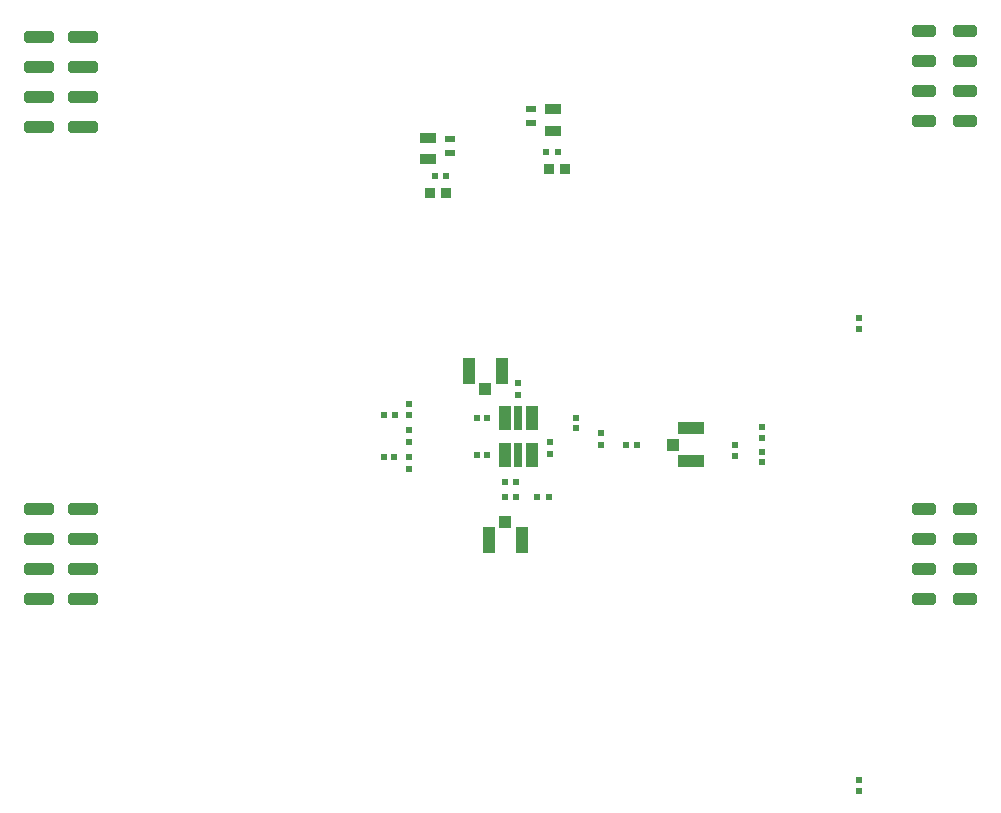
<source format=gtp>
G04*
G04 #@! TF.GenerationSoftware,Altium Limited,Altium Designer,21.0.9 (235)*
G04*
G04 Layer_Color=8421504*
%FSLAX43Y43*%
%MOMM*%
G71*
G04*
G04 #@! TF.SameCoordinates,9209314D-A4D9-4316-9161-A8B31A9F7C09*
G04*
G04*
G04 #@! TF.FilePolarity,Positive*
G04*
G01*
G75*
%ADD14R,1.000X2.000*%
%ADD15R,0.650X2.000*%
%ADD16R,0.500X0.500*%
%ADD17R,0.500X0.500*%
%ADD18R,1.000X1.000*%
%ADD19R,2.200X1.050*%
G04:AMPARAMS|DCode=20|XSize=1mm|YSize=2.5mm|CornerRadius=0.25mm|HoleSize=0mm|Usage=FLASHONLY|Rotation=90.000|XOffset=0mm|YOffset=0mm|HoleType=Round|Shape=RoundedRectangle|*
%AMROUNDEDRECTD20*
21,1,1.000,2.000,0,0,90.0*
21,1,0.500,2.500,0,0,90.0*
1,1,0.500,1.000,0.250*
1,1,0.500,1.000,-0.250*
1,1,0.500,-1.000,-0.250*
1,1,0.500,-1.000,0.250*
%
%ADD20ROUNDEDRECTD20*%
%ADD21R,0.900X0.900*%
%ADD22R,1.400X0.950*%
%ADD23R,0.900X0.600*%
G04:AMPARAMS|DCode=24|XSize=1mm|YSize=2mm|CornerRadius=0.25mm|HoleSize=0mm|Usage=FLASHONLY|Rotation=90.000|XOffset=0mm|YOffset=0mm|HoleType=Round|Shape=RoundedRectangle|*
%AMROUNDEDRECTD24*
21,1,1.000,1.500,0,0,90.0*
21,1,0.500,2.000,0,0,90.0*
1,1,0.500,0.750,0.250*
1,1,0.500,0.750,-0.250*
1,1,0.500,-0.750,-0.250*
1,1,0.500,-0.750,0.250*
%
%ADD24ROUNDEDRECTD24*%
%ADD25R,1.050X2.200*%
%ADD26R,1.000X1.000*%
D14*
X76375Y38394D02*
D03*
X74125Y41594D02*
D03*
Y38394D02*
D03*
X76375Y41594D02*
D03*
D15*
X75250Y38394D02*
D03*
Y41594D02*
D03*
D16*
X63871Y41775D02*
D03*
X64771D02*
D03*
X64746Y38225D02*
D03*
X63846D02*
D03*
X72625Y38394D02*
D03*
X71725D02*
D03*
X72625Y41594D02*
D03*
X71725D02*
D03*
X75025Y36129D02*
D03*
X74125D02*
D03*
X75025Y34830D02*
D03*
X74125D02*
D03*
X77800D02*
D03*
X76800D02*
D03*
X78625Y64075D02*
D03*
X77625D02*
D03*
X68150Y62025D02*
D03*
X69150D02*
D03*
X84400Y39275D02*
D03*
X85300D02*
D03*
D17*
X66021Y40500D02*
D03*
Y39500D02*
D03*
Y42775D02*
D03*
Y41775D02*
D03*
Y38225D02*
D03*
Y37225D02*
D03*
X75250Y43500D02*
D03*
Y44500D02*
D03*
X82250Y40275D02*
D03*
Y39275D02*
D03*
X80150Y41594D02*
D03*
Y40694D02*
D03*
X77925Y38525D02*
D03*
Y39525D02*
D03*
X93550Y39275D02*
D03*
Y38375D02*
D03*
X95858Y40750D02*
D03*
Y39850D02*
D03*
X95858Y37800D02*
D03*
Y38700D02*
D03*
X104050Y10900D02*
D03*
Y10000D02*
D03*
Y49100D02*
D03*
Y50000D02*
D03*
D18*
X88325Y39275D02*
D03*
D19*
X89825Y40675D02*
D03*
Y37875D02*
D03*
D20*
X34651Y66190D02*
D03*
Y68730D02*
D03*
Y71270D02*
D03*
Y73810D02*
D03*
X38349Y66190D02*
D03*
Y68730D02*
D03*
Y71270D02*
D03*
Y73810D02*
D03*
X34651Y26190D02*
D03*
Y28730D02*
D03*
Y31270D02*
D03*
Y33810D02*
D03*
X38349Y26190D02*
D03*
Y28730D02*
D03*
Y31270D02*
D03*
Y33810D02*
D03*
D21*
X77800Y62650D02*
D03*
X79200D02*
D03*
X69150Y60625D02*
D03*
X67750D02*
D03*
D22*
X78154Y67742D02*
D03*
Y65892D02*
D03*
X67616Y65300D02*
D03*
Y63450D02*
D03*
D23*
X76341Y66542D02*
D03*
Y67742D02*
D03*
X69456Y64000D02*
D03*
Y65200D02*
D03*
D24*
X113100Y26190D02*
D03*
Y28730D02*
D03*
Y31270D02*
D03*
Y33810D02*
D03*
X109602D02*
D03*
Y31270D02*
D03*
Y28730D02*
D03*
Y26190D02*
D03*
X113100Y66710D02*
D03*
Y69250D02*
D03*
Y71790D02*
D03*
Y74330D02*
D03*
X109602D02*
D03*
Y71790D02*
D03*
Y69250D02*
D03*
Y66710D02*
D03*
D25*
X72725Y31250D02*
D03*
X75525D02*
D03*
X73825Y45500D02*
D03*
X71025D02*
D03*
D26*
X74125Y32750D02*
D03*
X72425Y44000D02*
D03*
M02*

</source>
